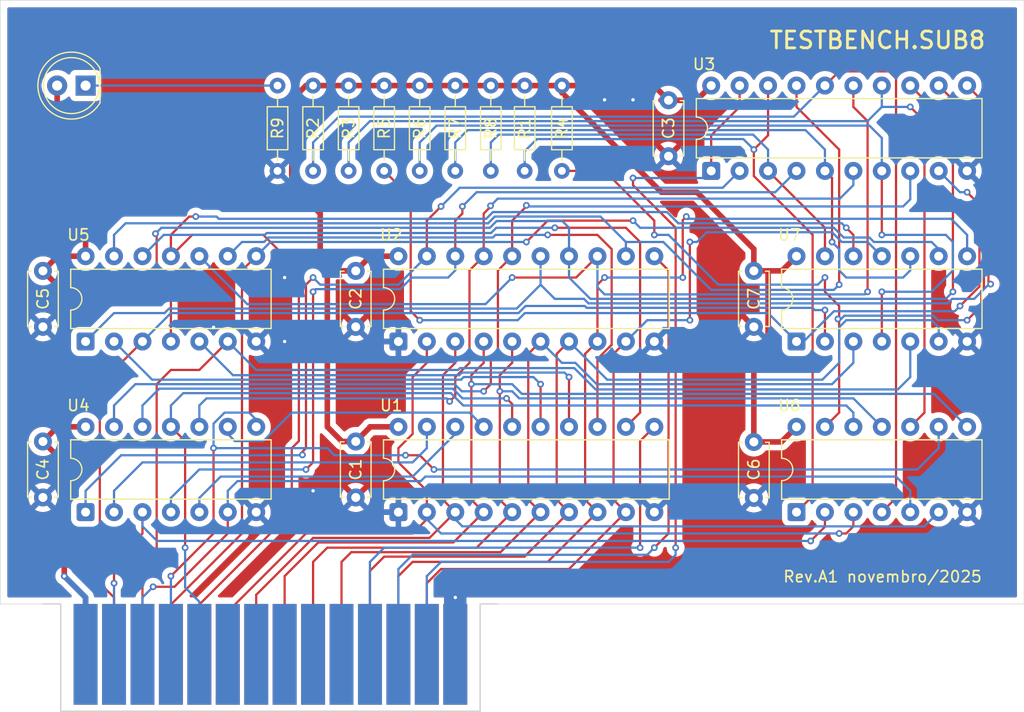
<source format=kicad_pcb>
(kicad_pcb (version 20241229) (generator "pcbnew") (generator_version "9.0")
  (layers (0 "F.Cu" signal) (2 "B.Cu" signal) (13 "F.Paste" user) (15 "B.Paste" user) (5 "F.SilkS" user "F.Silkscreen") (7 "B.SilkS" user "B.Silkscreen") (1 "F.Mask" user) (3 "B.Mask" user) (25 "Edge.Cuts" user))
  (net 0 "")
  (net 1 "+5V")
  (net 2 "GND")
  (net 3 "write_data")
  (net 4 "data_2")
  (net 5 "data_1")
  (net 6 "data_7")
  (net 7 "data_5")
  (net 8 "test_0")
  (net 9 "test_5")
  (net 11 "data_4")
  (net 12 "test_2")
  (net 13 "data_6")
  (net 14 "~{read_enable}")
  (net 15 "data_3")
  (net 16 "test_4")
  (net 17 "test_1")
  (net 18 "data_0")
  (net 19 "write_dir")
  (net 20 "test_3")
  (net 21 "test_7")
  (net 22 "test_6")
  (net 23 "Net-(U3-O2b)")
  (net 24 "Net-(U3-O1b)")
  (net 25 "Net-(U3-O0b)")
  (net 26 "Net-(U3-O3a)")
  (net 27 "Net-(U3-O2a)")
  (net 28 "Net-(U3-O1a)")
  (net 29 "Net-(U3-O0a)")
  (net 30 "Net-(U3-O3b)")
  (net 31 "Net-(U1-Q3)")
  (net 32 "Net-(U1-Q0)")
  (net 33 "Net-(U1-Q6)")
  (net 34 "Net-(U1-Q4)")
  (net 35 "Net-(U1-Q5)")
  (net 36 "Net-(U1-Q1)")
  (net 37 "Net-(U1-Q2)")
  (net 38 "Net-(U1-Q7)")
  (net 39 "Net-(U2-Q5)")
  (net 40 "Net-(U2-Q7)")
  (net 41 "Net-(U2-Q6)")
  (net 42 "Net-(U2-Q2)")
  (net 43 "Net-(U2-Q4)")
  (net 44 "Net-(U2-Q1)")
  (net 45 "Net-(U2-Q3)")
  (net 46 "Net-(U2-Q0)")
  (net 47 "Net-(D1-K)")
  (footprint "Capacitor_THT:C_Disc_D4.7mm_W2.5mm_P5.00mm" (layer "F.Cu") (at 24.13 62.825 90)
    (property "Reference" "C4")
    (property "Value" "100nF")
  )
  (footprint "Resistor_THT:R_Axial_DIN0204_L3.6mm_D1.6mm_P7.62mm_Horizontal" (layer "F.Cu") (at 51.435 26.035 -90)
    (property "Reference" "R3")
    (property "Value" "10K")
  )
  (footprint "Capacitor_THT:C_Disc_D4.7mm_W2.5mm_P5.00mm" (layer "F.Cu") (at 80.01 32.345 90)
    (property "Reference" "C3")
    (property "Value" "100nF")
  )
  (footprint "Resistor_THT:R_Axial_DIN0204_L3.6mm_D1.6mm_P7.62mm_Horizontal" (layer "F.Cu") (at 60.96 26.035 -90)
    (property "Reference" "R7")
    (property "Value" "10K")
  )
  (footprint "Package_DIP:DIP-14_W7.62mm" (layer "F.Cu") (at 91.44 64.135 90)
    (property "Reference" "U6")
    (property "Value" "74LS125")
  )
  (footprint "Capacitor_THT:C_Disc_D4.7mm_W2.5mm_P5.00mm" (layer "F.Cu") (at 87.63 47.585 90)
    (property "Reference" "C7")
    (property "Value" "100nF")
  )
  (footprint "Capacitor_THT:C_Disc_D4.7mm_W2.5mm_P5.00mm" (layer "F.Cu") (at 24.13 47.585 90)
    (property "Reference" "C5")
    (property "Value" "100nF")
  )
  (footprint "LED_THT:LED_D5.0mm" (layer "F.Cu") (at 27.94 26.035 180)
    (property "Reference" "D1" (hide yes))
    (property "Value" "LED")
  )
  (footprint "Resistor_THT:R_Axial_DIN0204_L3.6mm_D1.6mm_P7.62mm_Horizontal" (layer "F.Cu") (at 67.16 26.035 -90)
    (property "Reference" "R1")
    (property "Value" "10K")
  )
  (footprint "Package_DIP:DIP-20_W7.62mm" (layer "F.Cu") (at 55.88 64.135 90)
    (property "Reference" "U1")
    (property "Value" "74LS574")
  )
  (footprint "Resistor_THT:R_Axial_DIN0204_L3.6mm_D1.6mm_P7.62mm_Horizontal" (layer "F.Cu") (at 70.485 26.035 -90)
    (property "Reference" "R4")
    (property "Value" "10K")
  )
  (footprint "Package_DIP:DIP-14_W7.62mm" (layer "F.Cu") (at 27.94 64.135 90)
    (property "Reference" "U4")
    (property "Value" "74LS125")
  )
  (footprint "Capacitor_THT:C_Disc_D4.7mm_W2.5mm_P5.00mm" (layer "F.Cu") (at 87.63 62.865 90)
    (property "Reference" "C6")
    (property "Value" "100nF")
  )
  (footprint "Resistor_THT:R_Axial_DIN0204_L3.6mm_D1.6mm_P7.62mm_Horizontal" (layer "F.Cu") (at 64.135 26.035 -90)
    (property "Reference" "R8")
    (property "Value" "10K")
  )
  (footprint "Capacitor_THT:C_Disc_D4.7mm_W2.5mm_P5.00mm" (layer "F.Cu") (at 52.07 62.825 90)
    (property "Reference" "C1")
    (property "Value" "100nF")
  )
  (footprint "Resistor_THT:R_Axial_DIN0204_L3.6mm_D1.6mm_P7.62mm_Horizontal" (layer "F.Cu") (at 45.085 26.035 -90)
    (property "Reference" "R9")
    (property "Value" "10K")
  )
  (footprint "Resistor_THT:R_Axial_DIN0204_L3.6mm_D1.6mm_P7.62mm_Horizontal" (layer "F.Cu") (at 54.61 26.035 -90)
    (property "Reference" "R5")
    (property "Value" "10K")
  )
  (footprint "Package_DIP:DIP-20_W7.62mm" (layer "F.Cu") (at 55.88 48.895 90)
    (property "Reference" "U2")
    (property "Value" "74LS574")
  )
  (footprint "Package_DIP:DIP-20_W7.62mm" (layer "F.Cu") (at 83.82 33.655 90)
    (property "Reference" "U3")
    (property "Value" "74LS240")
  )
  (footprint "Resistor_THT:R_Axial_DIN0204_L3.6mm_D1.6mm_P7.62mm_Horizontal" (layer "F.Cu") (at 48.26 26.035 -90)
    (property "Reference" "R2")
    (property "Value" "10K")
  )
  (footprint "Package_DIP:DIP-14_W7.62mm" (layer "F.Cu") (at 27.94 48.895 90)
    (property "Reference" "U5")
    (property "Value" "74LS125")
  )
  (footprint "Capacitor_THT:C_Disc_D4.7mm_W2.5mm_P5.00mm" (layer "F.Cu") (at 52.07 47.585 90)
    (property "Reference" "C2")
    (property "Value" "100nF")
  )
  (footprint "Resistor_THT:R_Axial_DIN0204_L3.6mm_D1.6mm_P7.62mm_Horizontal" (layer "F.Cu") (at 57.785 26.035 -90)
    (property "Reference" "R6")
    (property "Value" "10K")
  )
  (footprint "edge_connector:edge-conector-14" (layer "F.Cu") (at 27.94 76.835 90)
    (property "Reference" "J3" (hide yes))
    (property "Value" "conn")
    (fp_line (start 4.5 -2.22) (end 4.5 -3.81) (stroke (width 0.12)) (layer "Edge.Cuts"))
    (fp_line (start -5.08 -2.22) (end 4.5 -2.22) (stroke (width 0.12)) (layer "Edge.Cuts"))
    (fp_line (start 4.5 35.24) (end 4.5 36.83) (stroke (width 0.12)) (layer "Edge.Cuts"))
    (fp_line (start -5.08 35.24) (end -5.08 -2.22) (stroke (width 0.12)) (layer "Edge.Cuts"))
    (fp_line (start -5.08 35.24) (end 4.5 35.24) (stroke (width 0.12)) (layer "Edge.Cuts"))
  )
  (footprint "Package_DIP:DIP-14_W7.62mm" (layer "F.Cu") (at 91.44 48.895 90)
    (property "Reference" "U7")
    (property "Value" "74LS125")
  )
  (gr_line (start 111.76 72.335) (end 111.76 18.415) (stroke (width 0.05)) (layer "Edge.Cuts"))
  (gr_line (start 20.32 18.415) (end 111.76 18.415) (stroke (width 0.05)) (layer "Edge.Cuts"))
  (gr_line (start 64.77 72.335) (end 111.76 72.335) (stroke (width 0.05)) (layer "Edge.Cuts"))
  (gr_line (start 20.32 72.335) (end 20.32 18.415) (stroke (width 0.05)) (layer "Edge.Cuts"))
  (gr_line (start 24.13 72.335) (end 20.32 72.335) (stroke (width 0.05)) (layer "Edge.Cuts"))
  (gr_text "Rev.A1 novembro/2025" (at 90.17 70.485 0) (layer "F.SilkS") (effects (font (size 1 1)) (justify left bottom)))
  (gr_text "TESTBENCH.SUB8" (at 88.9 22.86 0) (layer "F.SilkS") (effects (font (size 1.5 1.5) (thickness 0.25) (bold yes)) (justify left bottom)))
  (segment (start 52.07 42.585) (end 49.57 42.585) (width 0.5) (layer "F.Cu") (net 1))
  (segment (start 87.63 57.865) (end 90.09 57.865) (width 0.5) (layer "F.Cu") (net 1))
  (segment (start 25.44 41.275) (end 27.94 41.275) (width 0.5) (layer "F.Cu") (net 1))
  (segment (start 24.13 42.585) (end 25.995 44.45) (width 0.5) (layer "F.Cu") (net 1))
  (segment (start 47.625 36.195) (end 48.895 37.465) (width 0.5) (layer "F.Cu") (net 1))
  (segment (start 78.7 26.035) (end 80.01 27.345) (width 0.5) (layer "F.Cu") (net 1))
  (segment (start 26.035 44.45) (end 26.035 56.515) (width 0.5) (layer "F.Cu") (net 1))
  (segment (start 79.335 27.345) (end 81.915 27.345) (width 0.5) (layer "F.Cu") (net 1))
  (segment (start 52.07 57.825) (end 53.34 56.555) (width 0.5) (layer "F.Cu") (net 1))
  (segment (start 49.53 42.625) (end 49.57 42.585) (width 0.5) (layer "F.Cu") (net 1))
  (segment (start 87.63 42.585) (end 88.9 42.585) (width 0.5) (layer "F.Cu") (net 1))
  (segment (start 82.55 35.56) (end 79.375 35.56) (width 0.5) (layer "F.Cu") (net 1))
  (segment (start 50.84 57.825) (end 49.53 56.515) (width 0.5) (layer "F.Cu") (net 1))
  (segment (start 87.63 40.64) (end 82.55 35.56) (width 0.5) (layer "F.Cu") (net 1))
  (segment (start 24.13 42.585) (end 25.44 41.275) (width 0.5) (layer "F.Cu") (net 1))
  (segment (start 27.94 76.835) (end 27.94 71.755) (width 0.5) (layer "F.Cu") (net 1))
  (segment (start 88.9 49.53) (end 88.9 42.585) (width 0.5) (layer "F.Cu") (net 1))
  (segment (start 48.895 37.465) (end 48.895 41.91) (width 0.5) (layer "F.Cu") (net 1))
  (segment (start 82.51 27.345) (end 83.82 26.035) (width 0.5) (layer "F.Cu") (net 1))
  (segment (start 25.995 44.45) (end 26.035 44.45) (width 0.5) (layer "F.Cu") (net 1))
  (segment (start 26.035 56.515) (end 25.44 56.515) (width 0.5) (layer "F.Cu") (net 1))
  (segment (start 88.9 42.585) (end 90.13 42.585) (width 0.5) (layer "F.Cu") (net 1))
  (segment (start 53.34 56.555) (end 53.34 56.515) (width 0.5) (layer "F.Cu") (net 1))
  (segment (start 25.4 26.035) (end 25.4 31.115) (width 0.5) (layer "F.Cu") (net 1))
  (segment (start 46.355 36.195) (end 30.48 36.195) (width 0.5) (layer "F.Cu") (net 1))
  (segment (start 48.26 26.035) (end 78.7 26.035) (width 0.5) (layer "F.Cu") (net 1))
  (segment (start 27.94 38.735) (end 27.94 41.275) (width 0.5) (layer "F.Cu") (net 1))
  (segment (start 27.94 56.515) (end 26.035 56.515) (width 0.5) (layer "F.Cu") (net 1))
  (segment (start 27.94 71.755) (end 26.035 69.85) (width 0.5) (layer "F.Cu") (net 1))
  (segment (start 80.01 27.345) (end 81.915 27.345) (width 0.5) (layer "F.Cu") (net 1))
  (segment (start 90.13 42.585) (end 91.44 41.275) (width 0.5) (layer "F.Cu") (net 1))
  (segment (start 52.07 42.585) (end 53.38 41.275) (width 0.5) (layer "F.Cu") (net 1))
  (segment (start 30.48 36.195) (end 27.94 38.735) (width 0.5) (layer "F.Cu") (net 1))
  (segment (start 46.355 27.305) (end 46.355 36.195) (width 0.5) (layer "F.Cu") (net 1))
  (segment (start 26.035 59.73) (end 24.13 57.825) (width 0.5) (layer "F.Cu") (net 1))
  (segment (start 25.4 31.115) (end 30.48 36.195) (width 0.5) (layer "F.Cu") (net 1))
  (segment (start 70.485 26.67) (end 70.485 26.035) (width 0.5) (layer "F.Cu") (net 1))
  (segment (start 48.26 26.035) (end 47.625 26.035) (width 0.5) (layer "F.Cu") (net 1))
  (segment (start 47.625 26.035) (end 46.355 27.305) (width 0.5) (layer "F.Cu") (net 1))
  (segment (start 52.07 57.825) (end 50.84 57.825) (width 0.5) (layer "F.Cu") (net 1))
  (segment (start 87.63 57.865) (end 87.63 50.8) (width 0.5) (layer "F.Cu") (net 1))
  (segment (start 25.44 56.515) (end 24.13 57.825) (width 0.5) (layer "F.Cu") (net 1))
  (segment (start 90.09 57.865) (end 91.44 56.515) (width 0.5) (layer "F.Cu") (net 1))
  (segment (start 79.375 35.56) (end 70.485 26.67) (width 0.5) (layer "F.Cu") (net 1))
  (segment (start 53.34 56.515) (end 55.88 56.515) (width 0.5) (layer "F.Cu") (net 1))
  (segment (start 87.63 42.585) (end 87.63 40.64) (width 0.5) (layer "F.Cu") (net 1))
  (segment (start 46.355 36.195) (end 47.625 36.195) (width 0.5) (layer "F.Cu") (net 1))
  (segment (start 81.915 27.345) (end 82.51 27.345) (width 0.5) (layer "F.Cu") (net 1))
  (segment (start 48.895 41.91) (end 49.57 42.585) (width 0.5) (layer "F.Cu") (net 1))
  (segment (start 26.035 69.85) (end 26.035 59.73) (width 0.5) (layer "F.Cu") (net 1))
  (segment (start 53.38 41.275) (end 55.88 41.275) (width 0.5) (layer "F.Cu") (net 1))
  (segment (start 87.63 50.8) (end 88.9 49.53) (width 0.5) (layer "F.Cu") (net 1))
  (segment (start 49.53 56.515) (end 49.53 42.625) (width 0.5) (layer "F.Cu") (net 1))
  (via (at 26.035 69.85) (size 0.6) (drill 0.3) (layers "F.Cu" "B.Cu") (net 1))
  (segment (start 27.94 76.835) (end 27.94 71.755) (width 0.5) (layer "B.Cu") (net 1))
  (segment (start 27.94 71.755) (end 26.035 69.85) (width 0.5) (layer "B.Cu") (net 1))
  (segment (start 60.96 76.835) (end 60.96 71.755) (width 2) (layer "F.Cu") (net 2))
  (via (at 60.96 71.755) (size 0.6) (drill 0.3) (layers "F.Cu" "B.Cu") (net 2))
  (via (at 45.72 43.18) (size 0.6) (drill 0.3) (layers "F.Cu" "B.Cu") (net 2))
  (via (at 74.295 27.305) (size 0.6) (drill 0.3) (layers "F.Cu" "B.Cu") (net 2))
  (via (at 76.835 27.305) (size 0.6) (drill 0.3) (layers "F.Cu" "B.Cu") (net 2))
  (via (at 39.37 47.625) (size 0.6) (drill 0.3) (layers "F.Cu" "B.Cu") (net 2))
  (via (at 45.72 48.895) (size 0.6) (drill 0.3) (layers "F.Cu" "B.Cu") (net 2))
  (via (at 48.26 62.23) (size 0.6) (drill 0.3) (layers "F.Cu" "B.Cu") (net 2))
  (segment (start 60.96 76.835) (end 60.96 71.755) (width 2) (layer "B.Cu") (net 2))
  (segment (start 77.47 57.785) (end 78.74 56.515) (width 0.2) (layer "F.Cu") (net 3))
  (segment (start 77.47 67.31) (end 77.47 57.785) (width 0.2) (layer "F.Cu") (net 3))
  (via (at 77.47 67.31) (size 0.6) (drill 0.3) (layers "F.Cu" "B.Cu") (net 3))
  (segment (start 54.61 67.31) (end 53.34 68.58) (width 0.2) (layer "B.Cu") (net 3))
  (segment (start 53.34 68.58) (end 53.34 76.835) (width 0.2) (layer "B.Cu") (net 3))
  (segment (start 77.47 67.31) (end 54.61 67.31) (width 0.2) (layer "B.Cu") (net 3))
  (segment (start 45.72 69.85) (end 48.728 66.842) (width 0.2) (layer "F.Cu") (net 4))
  (segment (start 63.5 50.8) (end 63.5 48.895) (width 0.2) (layer "F.Cu") (net 4))
  (segment (start 62.399 63.034) (end 62.399 51.901) (width 0.2) (layer "F.Cu") (net 4))
  (segment (start 62.399 51.901) (end 63.5 50.8) (width 0.2) (layer "F.Cu") (net 4))
  (segment (start 60.793 66.842) (end 63.5 64.135) (width 0.2) (layer "F.Cu") (net 4))
  (segment (start 48.728 66.842) (end 60.793 66.842) (width 0.2) (layer "F.Cu") (net 4))
  (segment (start 45.72 76.835) (end 45.72 69.85) (width 0.2) (layer "F.Cu") (net 4))
  (segment (start 63.5 64.135) (end 62.399 63.034) (width 0.2) (layer "F.Cu") (net 4))
  (via (at 62.399 52.705) (size 0.6) (drill 0.3) (layers "F.Cu" "B.Cu") (net 4))
  (segment (start 66.04 52.705) (end 62.399 52.705) (width 0.2) (layer "B.Cu") (net 4))
  (segment (start 66.909 53.574) (end 66.04 52.705) (width 0.2) (layer "B.Cu") (net 4))
  (segment (start 62.399 52.705) (end 62.23 52.705) (width 0.2) (layer "B.Cu") (net 4))
  (segment (start 103.739 53.574) (end 66.909 53.574) (width 0.2) (layer "B.Cu") (net 4))
  (segment (start 106.68 56.515) (end 103.739 53.574) (width 0.2) (layer "B.Cu") (net 4))
  (segment (start 43.18 76.835) (end 43.18 71.521) (width 0.2) (layer "F.Cu") (net 5))
  (segment (start 48.26 66.441) (end 58.654 66.441) (width 0.2) (layer "F.Cu") (net 5))
  (segment (start 60.96 64.135) (end 59.859 63.034) (width 0.2) (layer "F.Cu") (net 5))
  (segment (start 43.18 71.521) (end 48.26 66.441) (width 0.2) (layer "F.Cu") (net 5))
  (segment (start 60.96 50.8) (end 60.96 48.895) (width 0.2) (layer "F.Cu") (net 5))
  (segment (start 59.859 51.901) (end 60.96 50.8) (width 0.2) (layer "F.Cu") (net 5))
  (segment (start 59.859 63.034) (end 59.859 51.901) (width 0.2) (layer "F.Cu") (net 5))
  (segment (start 58.654 66.441) (end 60.96 64.135) (width 0.2) (layer "F.Cu") (net 5))
  (segment (start 104.14 64.135) (end 102.87 65.405) (width 0.2) (layer "B.Cu") (net 5))
  (segment (start 102.87 65.405) (end 61.595 65.405) (width 0.2) (layer "B.Cu") (net 5))
  (segment (start 60.96 64.77) (end 60.96 64.135) (width 0.2) (layer "B.Cu") (net 5))
  (segment (start 61.595 65.405) (end 60.96 64.77) (width 0.2) (layer "B.Cu") (net 5))
  (segment (start 58.42 76.835) (end 58.42 70.485) (width 0.2) (layer "F.Cu") (net 6))
  (segment (start 71.12 69.215) (end 76.2 64.135) (width 0.2) (layer "F.Cu") (net 6))
  (segment (start 58.42 70.485) (end 59.69 69.215) (width 0.2) (layer "F.Cu") (net 6))
  (segment (start 81.915 46.99) (end 81.915 40.005) (width 0.2) (layer "F.Cu") (net 6))
  (segment (start 75.099 49.996) (end 76.2 48.895) (width 0.2) (layer "F.Cu") (net 6))
  (segment (start 76.2 64.135) (end 75.099 63.034) (width 0.2) (layer "F.Cu") (net 6))
  (segment (start 59.69 69.215) (end 71.12 69.215) (width 0.2) (layer "F.Cu") (net 6))
  (segment (start 75.099 63.034) (end 75.099 49.996) (width 0.2) (layer "F.Cu") (net 6))
  (via (at 81.915 46.99) (size 0.6) (drill 0.3) (layers "F.Cu" "B.Cu") (net 6))
  (via (at 81.915 40.005) (size 0.6) (drill 0.3) (layers "F.Cu" "B.Cu") (net 6))
  (segment (start 97.79 40.005) (end 95.484 40.005) (width 0.2) (layer "B.Cu") (net 6))
  (segment (start 95.484 40.005) (end 94.615 39.136) (width 0.2) (layer "B.Cu") (net 6))
  (segment (start 94.615 39.136) (end 83.419 39.136) (width 0.2) (layer "B.Cu") (net 6))
  (segment (start 99.06 41.275) (end 97.79 40.005) (width 0.2) (layer "B.Cu") (net 6))
  (segment (start 82.55 40.005) (end 81.915 40.005) (width 0.2) (layer "B.Cu") (net 6))
  (segment (start 81.915 46.99) (end 78.105 46.99) (width 0.2) (layer "B.Cu") (net 6))
  (segment (start 78.105 46.99) (end 76.2 48.895) (width 0.2) (layer "B.Cu") (net 6))
  (segment (start 83.419 39.136) (end 82.55 40.005) (width 0.2) (layer "B.Cu") (net 6))
  (segment (start 71.12 64.135) (end 70.019 63.034) (width 0.2) (layer "F.Cu") (net 7))
  (segment (start 53.34 69.382) (end 54.61 68.112) (width 0.2) (layer "F.Cu") (net 7))
  (segment (start 54.61 68.112) (end 67.143 68.112) (width 0.2) (layer "F.Cu") (net 7))
  (segment (start 70.019 63.034) (end 70.019 49.996) (width 0.2) (layer "F.Cu") (net 7))
  (segment (start 67.143 68.112) (end 71.12 64.135) (width 0.2) (layer "F.Cu") (net 7))
  (segment (start 53.34 76.835) (end 53.34 69.382) (width 0.2) (layer "F.Cu") (net 7))
  (segment (start 70.019 49.996) (end 71.12 48.895) (width 0.2) (layer "F.Cu") (net 7))
  (segment (start 103.505 46.99) (end 104.14 47.625) (width 0.2) (layer "B.Cu") (net 7))
  (segment (start 95.885 46.99) (end 103.505 46.99) (width 0.2) (layer "B.Cu") (net 7))
  (segment (start 71.12 48.895) (end 74.529 52.304) (width 0.2) (layer "B.Cu") (net 7))
  (segment (start 74.529 52.304) (end 93.746 52.304) (width 0.2) (layer "B.Cu") (net 7))
  (segment (start 95.25 47.625) (end 95.885 46.99) (width 0.2) (layer "B.Cu") (net 7))
  (segment (start 104.14 47.625) (end 104.14 48.895) (width 0.2) (layer "B.Cu") (net 7))
  (segment (start 95.25 50.8) (end 95.25 47.625) (width 0.2) (layer "B.Cu") (net 7))
  (segment (start 93.746 52.304) (end 95.25 50.8) (width 0.2) (layer "B.Cu") (net 7))
  (segment (start 30.48 68.58) (end 33.02 66.04) (width 0.2) (layer "F.Cu") (net 8))
  (segment (start 93.98 65.439) (end 93.98 64.135) (width 0.2) (layer "F.Cu") (net 8))
  (segment (start 92.71 66.709) (end 93.98 65.439) (width 0.2) (layer "F.Cu") (net 8))
  (segment (start 33.02 66.04) (end 33.02 64.135) (width 0.2) (layer "F.Cu") (net 8))
  (segment (start 30.48 70.485) (end 30.48 68.58) (width 0.2) (layer "F.Cu") (net 8))
  (via (at 30.48 70.485) (size 0.6) (drill 0.3) (layers "F.Cu" "B.Cu") (net 8))
  (via (at 92.71 66.709) (size 0.6) (drill 0.3) (layers "F.Cu" "B.Cu") (net 8))
  (segment (start 34.324 66.709) (end 33.02 65.405) (width 0.2) (layer "B.Cu") (net 8))
  (segment (start 30.48 76.835) (end 30.48 70.485) (width 0.2) (layer "B.Cu") (net 8))
  (segment (start 92.71 66.709) (end 34.324 66.709) (width 0.2) (layer "B.Cu") (net 8))
  (segment (start 33.02 65.405) (end 33.02 64.135) (width 0.2) (layer "B.Cu") (net 8))
  (segment (start 33.02 68.58) (end 34.29 67.31) (width 0.2) (layer "F.Cu") (net 9))
  (segment (start 33.02 76.835) (end 33.02 68.58) (width 0.2) (layer "F.Cu") (net 9))
  (segment (start 35.56 51.435) (end 38.1 51.435) (width 0.2) (layer "F.Cu") (net 9))
  (segment (start 38.1 51.435) (end 40.64 48.895) (width 0.2) (layer "F.Cu") (net 9))
  (segment (start 34.29 67.31) (end 34.29 52.705) (width 0.2) (layer "F.Cu") (net 9))
  (segment (start 34.29 52.705) (end 35.56 51.435) (width 0.2) (layer "F.Cu") (net 9))
  (segment (start 61.2128 51.435) (end 61.3798 51.268) (width 0.2) (layer "B.Cu") (net 9))
  (segment (start 71.588 51.268) (end 73.493 53.173) (width 0.2) (layer "B.Cu") (net 9))
  (segment (start 73.493 53.173) (end 100.497 53.173) (width 0.2) (layer "B.Cu") (net 9))
  (segment (start 40.64 48.895) (end 43.18 51.435) (width 0.2) (layer "B.Cu") (net 9))
  (segment (start 43.18 51.435) (end 61.2128 51.435) (width 0.2) (layer "B.Cu") (net 9))
  (segment (start 61.3798 51.268) (end 71.588 51.268) (width 0.2) (layer "B.Cu") (net 9))
  (segment (start 100.497 53.173) (end 101.6 52.07) (width 0.2) (layer "B.Cu") (net 9))
  (segment (start 101.6 52.07) (end 101.6 48.895) (width 0.2) (layer "B.Cu") (net 9))
  (segment (start 67.479 63.034) (end 67.479 49.996) (width 0.2) (layer "F.Cu") (net 11))
  (segment (start 50.8 76.835) (end 50.8 68.58) (width 0.2) (layer "F.Cu") (net 11))
  (segment (start 50.8 68.58) (end 51.669 67.711) (width 0.2) (layer "F.Cu") (net 11))
  (segment (start 67.479 49.996) (end 68.58 48.895) (width 0.2) (layer "F.Cu") (net 11))
  (segment (start 51.669 67.711) (end 65.004 67.711) (width 0.2) (layer "F.Cu") (net 11))
  (segment (start 68.58 64.135) (end 67.479 63.034) (width 0.2) (layer "F.Cu") (net 11))
  (segment (start 65.004 67.711) (end 68.58 64.135) (width 0.2) (layer "F.Cu") (net 11))
  (segment (start 73.5921 52.705) (end 94.615 52.705) (width 0.2) (layer "B.Cu") (net 11))
  (segment (start 96.52 50.8) (end 96.52 48.895) (width 0.2) (layer "B.Cu") (net 11))
  (segment (start 68.58 48.895) (end 70.485 50.8) (width 0.2) (layer "B.Cu") (net 11))
  (segment (start 94.615 52.705) (end 96.52 50.8) (width 0.2) (layer "B.Cu") (net 11))
  (segment (start 71.6871 50.8) (end 73.5921 52.705) (width 0.2) (layer "B.Cu") (net 11))
  (segment (start 70.485 50.8) (end 71.6871 50.8) (width 0.2) (layer "B.Cu") (net 11))
  (segment (start 57.785 59.055) (end 56.515 59.055) (width 0.2) (layer "F.Cu") (net 12))
  (segment (start 39.37 58.42) (end 39.37 66.04) (width 0.2) (layer "F.Cu") (net 12))
  (segment (start 59.055 60.325) (end 57.785 59.055) (width 0.2) (layer "F.Cu") (net 12))
  (segment (start 39.37 66.04) (end 35.56 69.85) (width 0.2) (layer "F.Cu") (net 12))
  (via (at 56.515 59.055) (size 0.6) (drill 0.3) (layers "F.Cu" "B.Cu") (net 12))
  (via (at 35.56 69.85) (size 0.6) (drill 0.3) (layers "F.Cu" "B.Cu") (net 12))
  (via (at 39.37 58.42) (size 0.6) (drill 0.3) (layers "F.Cu" "B.Cu") (net 12))
  (via (at 59.055 60.325) (size 0.6) (drill 0.3) (layers "F.Cu" "B.Cu") (net 12))
  (segment (start 39.37 56.22795) (end 39.37 58.42) (width 0.2) (layer "B.Cu") (net 12))
  (segment (start 35.56 76.835) (end 35.56 69.85) (width 0.2) (layer "B.Cu") (net 12))
  (segment (start 43.18 55.88) (end 42.545 55.245) (width 0.2) (layer "B.Cu") (net 12))
  (segment (start 50.165 59.055) (end 49.53 58.42) (width 0.2) (layer "B.Cu") (net 12))
  (segment (start 43.18 56.515) (end 43.18 55.88) (width 0.2) (layer "B.Cu") (net 12))
  (segment (start 40.35295 55.245) (end 39.37 56.22795) (width 0.2) (layer "B.Cu") (net 12))
  (segment (start 84.455 60.325) (end 59.055 60.325) (width 0.2) (layer "B.Cu") (net 12))
  (segment (start 56.515 59.055) (end 50.165 59.055) (width 0.2) (layer "B.Cu") (net 12))
  (segment (start 84.455 60.325) (end 102.235 60.325) (width 0.2) (layer "B.Cu") (net 12))
  (segment (start 102.235 60.325) (end 104.14 58.42) (width 0.2) (layer "B.Cu") (net 12))
  (segment (start 104.14 58.42) (end 104.14 56.515) (width 0.2) (layer "B.Cu") (net 12))
  (segment (start 42.545 55.245) (end 40.35295 55.245) (width 0.2) (layer "B.Cu") (net 12))
  (segment (start 49.53 58.42) (end 39.37 58.42) (width 0.2) (layer "B.Cu") (net 12))
  (segment (start 81.5975 37.734) (end 81.28 38.0515) (width 0.2) (layer "F.Cu") (net 13))
  (segment (start 69.215 68.58) (end 73.66 64.135) (width 0.2) (layer "F.Cu") (net 13))
  (segment (start 55.88 76.835) (end 55.88 69.85) (width 0.2) (layer "F.Cu") (net 13))
  (segment (start 55.88 69.85) (end 57.15 68.58) (width 0.2) (layer "F.Cu") (net 13))
  (segment (start 73.66 43.815) (end 74.295 43.18) (width 0.2) (layer "F.Cu") (net 13))
  (segment (start 73.66 64.135) (end 72.559 63.034) (width 0.2) (layer "F.Cu") (net 13))
  (segment (start 81.28 38.0515) (end 81.28 43.18) (width 0.2) (layer "F.Cu") (net 13))
  (segment (start 57.15 68.58) (end 69.215 68.58) (width 0.2) (layer "F.Cu") (net 13))
  (segment (start 72.559 63.034) (end 72.559 49.996) (width 0.2) (layer "F.Cu") (net 13))
  (segment (start 73.66 48.895) (end 73.66 43.815) (width 0.2) (layer "F.Cu") (net 13))
  (segment (start 72.559 49.996) (end 73.66 48.895) (width 0.2) (layer "F.Cu") (net 13))
  (via (at 74.295 43.18) (size 0.6) (drill 0.3) (layers "F.Cu" "B.Cu") (net 13))
  (via (at 81.28 43.18) (size 0.6) (drill 0.3) (layers "F.Cu" "B.Cu") (net 13))
  (via (at 81.5975 37.734) (size 0.6) (drill 0.3) (layers "F.Cu" "B.Cu") (net 13))
  (segment (start 81.748 37.933) (end 105.243 37.933) (width 0.2) (layer "B.Cu") (net 13))
  (segment (start 81.5975 37.734) (end 81.5975 37.7825) (width 0.2) (layer "B.Cu") (net 13))
  (segment (start 74.295 43.18) (end 81.28 43.18) (width 0.2) (layer "B.Cu") (net 13))
  (segment (start 105.243 37.933) (end 106.68 39.37) (width 0.2) (layer "B.Cu") (net 13))
  (segment (start 81.5975 37.7825) (end 81.748 37.933) (width 0.2) (layer "B.Cu") (net 13))
  (segment (start 106.68 39.37) (end 106.68 41.275) (width 0.2) (layer "B.Cu") (net 13))
  (segment (start 76.835 34.29) (end 76.835 34.925) (width 0.2) (layer "F.Cu") (net 14))
  (segment (start 86.36 27.94) (end 86.36 26.035) (width 0.2) (layer "F.Cu") (net 14))
  (segment (start 83.82 33.655) (end 83.82 30.48) (width 0.2) (layer "F.Cu") (net 14))
  (segment (start 80.645 38.735) (end 80.645 67.31) (width 0.2) (layer "F.Cu") (net 14))
  (segment (start 83.82 30.48) (end 86.36 27.94) (width 0.2) (layer "F.Cu") (net 14))
  (segment (start 76.835 34.925) (end 80.645 38.735) (width 0.2) (layer "F.Cu") (net 14))
  (via (at 76.835 34.29) (size 0.6) (drill 0.3) (layers "F.Cu" "B.Cu") (net 14))
  (via (at 80.645 67.31) (size 0.6) (drill 0.3) (layers "F.Cu" "B.Cu") (net 14))
  (segment (start 80.645 67.945) (end 80.01 68.58) (width 0.2) (layer "B.Cu") (net 14))
  (segment (start 80.01 68.58) (end 59.69 68.58) (width 0.2) (layer "B.Cu") (net 14))
  (segment (start 83.185 34.29) (end 83.82 33.655) (width 0.2) (layer "B.Cu") (net 14))
  (segment (start 76.835 34.29) (end 83.185 34.29) (width 0.2) (layer "B.Cu") (net 14))
  (segment (start 59.69 68.58) (end 58.42 69.85) (width 0.2) (layer "B.Cu") (net 14))
  (segment (start 58.42 69.85) (end 58.42 76.835) (width 0.2) (layer "B.Cu") (net 14))
  (segment (start 80.645 67.31) (end 80.645 67.945) (width 0.2) (layer "B.Cu") (net 14))
  (segment (start 62.865 67.31) (end 66.04 64.135) (width 0.2) (layer "F.Cu") (net 15))
  (segment (start 49.53 67.31) (end 62.865 67.31) (width 0.2) (layer "F.Cu") (net 15))
  (segment (start 64.939 51.901) (end 66.04 50.8) (width 0.2) (layer "F.Cu") (net 15))
  (segment (start 48.26 76.835) (end 48.26 68.58) (width 0.2) (layer "F.Cu") (net 15))
  (segment (start 66.04 64.135) (end 64.939 63.034) (width 0.2) (layer "F.Cu") (net 15))
  (segment (start 48.26 68.58) (end 49.53 67.31) (width 0.2) (layer "F.Cu") (net 15))
  (segment (start 64.939 63.034) (end 64.939 51.901) (width 0.2) (layer "F.Cu") (net 15))
  (segment (start 66.04 50.8) (end 66.04 48.895) (width 0.2) (layer "F.Cu") (net 15))
  (via (at 64.939 53.34) (size 0.6) (drill 0.3) (layers "F.Cu" "B.Cu") (net 15))
  (segment (start 66.675 53.975) (end 66.04 53.34) (width 0.2) (layer "B.Cu") (net 15))
  (segment (start 66.04 53.34) (end 64.939 53.34) (width 0.2) (layer "B.Cu") (net 15))
  (segment (start 99.06 56.515) (end 96.52 53.975) (width 0.2) (layer "B.Cu") (net 15))
  (segment (start 64.939 53.34) (end 64.77 53.34) (width 0.2) (layer "B.Cu") (net 15))
  (segment (start 96.52 53.975) (end 66.675 53.975) (width 0.2) (layer "B.Cu") (net 15))
  (segment (start 93.98 46.086) (end 93.98 48.895) (width 0.2) (layer "F.Cu") (net 16))
  (segment (start 30.48 76.835) (end 30.48 71.755) (width 0.2) (layer "F.Cu") (net 16))
  (segment (start 29.21 70.485) (end 29.21 52.705) (width 0.2) (layer "F.Cu") (net 16))
  (segment (start 30.48 71.755) (end 29.21 70.485) (width 0.2) (layer "F.Cu") (net 16))
  (segment (start 29.21 52.705) (end 33.02 48.895) (width 0.2) (layer "F.Cu") (net 16))
  (via (at 93.98 46.086) (size 0.6) (drill 0.3) (layers "F.Cu" "B.Cu") (net 16))
  (segment (start 93.076 46.086) (end 92.877 45.887) (width 0.2) (layer "B.Cu") (net 16))
  (segment (start 35.56 46.355) (end 33.02 48.895) (width 0.2) (layer "B.Cu") (net 16))
  (segment (start 66.6071 46.355) (end 35.56 46.355) (width 0.2) (layer "B.Cu") (net 16))
  (segment (start 93.98 46.086) (end 93.076 46.086) (width 0.2) (layer "B.Cu") (net 16))
  (segment (start 92.877 45.887) (end 72.6928 45.887) (width 0.2) (layer "B.Cu") (net 16))
  (segment (start 67.2421 45.72) (end 66.6071 46.355) (width 0.2) (layer "B.Cu") (net 16))
  (segment (start 72.6928 45.887) (end 72.5258 45.72) (width 0.2) (layer "B.Cu") (net 16))
  (segment (start 72.5258 45.72) (end 67.2421 45.72) (width 0.2) (layer "B.Cu") (net 16))
  (segment (start 33.9725 70.8025) (end 35.8775 70.8025) (width 0.2) (layer "F.Cu") (net 17))
  (segment (start 40.64 66.04) (end 40.64 64.135) (width 0.2) (layer "F.Cu") (net 17))
  (segment (start 35.8775 70.8025) (end 40.64 66.04) (width 0.2) (layer "F.Cu") (net 17))
  (via (at 33.9725 70.8025) (size 0.6) (drill 0.3) (layers "F.Cu" "B.Cu") (net 17))
  (segment (start 101.6 62.23) (end 101.6 64.135) (width 0.2) (layer "B.Cu") (net 17))
  (segment (start 33.02 76.835) (end 33.02 71.755) (width 0.2) (layer "B.Cu") (net 17))
  (segment (start 57.8832 61.361) (end 58.2842 60.96) (width 0.2) (layer "B.Cu") (net 17))
  (segment (start 100.33 60.96) (end 101.6 62.23) (width 0.2) (layer "B.Cu") (net 17))
  (segment (start 58.2842 60.96) (end 100.33 60.96) (width 0.2) (layer "B.Cu") (net 17))
  (segment (start 40.64 64.135) (end 40.64 62.23) (width 0.2) (layer "B.Cu") (net 17))
  (segment (start 41.509 61.361) (end 57.8832 61.361) (width 0.2) (layer "B.Cu") (net 17))
  (segment (start 40.64 62.23) (end 41.509 61.361) (width 0.2) (layer "B.Cu") (net 17))
  (segment (start 33.02 71.755) (end 33.9725 70.8025) (width 0.2) (layer "B.Cu") (net 17))
  (segment (start 95.25 66.04) (end 95.885 66.04) (width 0.2) (layer "F.Cu") (net 18))
  (segment (start 57.15 57.15) (end 57.15 52.07) (width 0.2) (layer "F.Cu") (net 18))
  (segment (start 40.64 73.025) (end 47.625 66.04) (width 0.2) (layer "F.Cu") (net 18))
  (segment (start 95.885 66.04) (end 96.52 65.405) (width 0.2) (layer "F.Cu") (net 18))
  (segment (start 55.88 59.69) (end 55.88 58.42) (width 0.2) (layer "F.Cu") (net 18))
  (segment (start 58.42 64.135) (end 58.42 62.23) (width 0.2) (layer "F.Cu") (net 18))
  (segment (start 55.88 58.42) (end 57.15 57.15) (width 0.2) (layer "F.Cu") (net 18))
  (segment (start 96.52 65.405) (end 96.52 64.135) (width 0.2) (layer "F.Cu") (net 18))
  (segment (start 58.42 64.77) (end 58.42 64.135) (width 0.2) (layer "F.Cu") (net 18))
  (segment (start 58.42 50.8) (end 58.42 48.895) (width 0.2) (layer "F.Cu") (net 18))
  (segment (start 57.15 66.04) (end 58.42 64.77) (width 0.2) (layer "F.Cu") (net 18))
  (segment (start 40.64 76.835) (end 40.64 73.025) (width 0.2) (layer "F.Cu") (net 18))
  (segment (start 47.625 66.04) (end 57.15 66.04) (width 0.2) (layer "F.Cu") (net 18))
  (segment (start 57.15 52.07) (end 58.42 50.8) (width 0.2) (layer "F.Cu") (net 18))
  (segment (start 58.42 62.23) (end 55.88 59.69) (width 0.2) (layer "F.Cu") (net 18))
  (via (at 95.25 66.04) (size 0.6) (drill 0.3) (layers "F.Cu" "B.Cu") (net 18))
  (segment (start 95.25 66.04) (end 59.69 66.04) (width 0.2) (layer "B.Cu") (net 18))
  (segment (start 58.42 64.77) (end 58.42 64.135) (width 0.2) (layer "B.Cu") (net 18))
  (segment (start 59.69 66.04) (end 58.42 64.77) (width 0.2) (layer "B.Cu") (net 18))
  (segment (start 78.74 67.31) (end 80.01 66.04) (width 0.2) (layer "F.Cu") (net 19))
  (segment (start 80.01 66.04) (end 80.01 42.545) (width 0.2) (layer "F.Cu") (net 19))
  (segment (start 80.01 42.545) (end 78.74 41.275) (width 0.2) (layer "F.Cu") (net 19))
  (via (at 78.74 67.31) (size 0.6) (drill 0.3) (layers "F.Cu" "B.Cu") (net 19))
  (segment (start 55.88 69.215) (end 55.88 76.835) (width 0.2) (layer "B.Cu") (net 19))
  (segment (start 78.74 67.31) (end 78.105 67.945) (width 0.2) (layer "B.Cu") (net 19))
  (segment (start 57.15 67.945) (end 55.88 69.215) (width 0.2) (layer "B.Cu") (net 19))
  (segment (start 78.105 67.945) (end 57.15 67.945) (width 0.2) (layer "B.Cu") (net 19))
  (segment (start 36.83 67.31) (end 36.83 57.785) (width 0.2) (layer "F.Cu") (net 20))
  (segment (start 36.83 57.785) (end 35.56 56.515) (width 0.2) (layer "F.Cu") (net 20))
  (via (at 36.83 67.31) (size 0.6) (drill 0.3) (layers "F.Cu" "B.Cu") (net 20))
  (segment (start 95.885 54.61) (end 96.52 55.245) (width 0.2) (layer "B.Cu") (net 20))
  (segment (start 61.674943 54.61) (end 95.885 54.61) (width 0.2) (layer "B.Cu") (net 20))
  (segment (start 38.1 76.835) (end 38.1 72.135) (width 0.2) (layer "B.Cu") (net 20))
  (segment (start 38.1 72.135) (end 36.83 70.865) (width 0.2) (layer "B.Cu") (net 20))
  (segment (start 35.56 54.61) (end 36.663 53.507) (width 0.2) (layer "B.Cu") (net 20))
  (segment (start 36.663 53.507) (end 60.571943 53.507) (width 0.2) (layer "B.Cu") (net 20))
  (segment (start 60.571943 53.507) (end 61.674943 54.61) (width 0.2) (layer "B.Cu") (net 20))
  (segment (start 35.56 56.515) (end 35.56 54.61) (width 0.2) (layer "B.Cu") (net 20))
  (segment (start 96.52 55.245) (end 96.52 56.515) (width 0.2) (layer "B.Cu") (net 20))
  (segment (start 36.83 70.865) (end 36.83 67.31) (width 0.2) (layer "B.Cu") (net 20))
  (segment (start 35.56 39.37) (end 37.196 37.734) (width 0.2) (layer "F.Cu") (net 21))
  (segment (start 38.1 76.835) (end 38.1 72.39) (width 0.2) (layer "F.Cu") (net 21))
  (segment (start 46.99 42.545) (end 43.815 39.37) (width 0.2) (layer "F.Cu") (net 21))
  (segment (start 46.99 57.785) (end 46.99 42.545) (width 0.2) (layer "F.Cu") (net 21))
  (segment (start 37.196 37.734) (end 37.7825 37.734) (width 0.2) (layer "F.Cu") (net 21))
  (segment (start 38.1 72.39) (end 46.355 64.135) (width 0.2) (layer "F.Cu") (net 21))
  (segment (start 95.885 38.735) (end 96.52 39.37) (width 0.2) (layer "F.Cu") (net 21))
  (segment (start 35.56 41.275) (end 35.56 39.37) (width 0.2) (layer "F.Cu") (net 21))
  (segment (start 46.355 58.42) (end 46.99 57.785) (width 0.2) (layer "F.Cu") (net 21))
  (segment (start 46.355 64.135) (end 46.355 58.42) (width 0.2) (layer "F.Cu") (net 21))
  (segment (start 96.52 39.37) (end 96.52 41.275) (width 0.2) (layer "F.Cu") (net 21))
  (segment (start 37.465 39.37) (end 35.56 41.275) (width 0.2) (layer "F.Cu") (net 21))
  (segment (start 43.815 39.37) (end 37.465 39.37) (width 0.2) (layer "F.Cu") (net 21))
  (via (at 37.7825 37.734) (size 0.6) (drill 0.3) (layers "F.Cu" "B.Cu") (net 21))
  (via (at 95.885 38.735) (size 0.6) (drill 0.3) (layers "F.Cu" "B.Cu") (net 21))
  (segment (start 80.879 38.334) (end 79.877 37.332) (width 0.2) (layer "B.Cu") (net 21))
  (segment (start 63.723657 37.933) (end 39.838 37.933) (width 0.2) (layer "B.Cu") (net 21))
  (segment (start 95.885 38.735) (end 95.484 38.334) (width 0.2) (layer "B.Cu") (net 21))
  (segment (start 95.484 38.334) (end 80.879 38.334) (width 0.2) (layer "B.Cu") (net 21))
  (segment (start 79.877 37.332) (end 64.324657 37.332) (width 0.2) (layer "B.Cu") (net 21))
  (segment (start 39.838 37.933) (end 39.639 37.734) (width 0.2) (layer "B.Cu") (net 21))
  (segment (start 64.324657 37.332) (end 63.723657 37.933) (width 0.2) (layer "B.Cu") (net 21))
  (segment (start 39.639 37.734) (end 37.7825 37.734) (width 0.2) (layer "B.Cu") (net 21))
  (segment (start 41.91 42.545) (end 43.18 41.275) (width 0.2) (layer "F.Cu") (net 22))
  (segment (start 69.215 38.1) (end 76.835 38.1) (width 0.2) (layer "F.Cu") (net 22))
  (segment (start 67.31 40.005) (end 69.215 38.1) (width 0.2) (layer "F.Cu") (net 22))
  (segment (start 35.56 76.835) (end 35.56 72.39) (width 0.2) (layer "F.Cu") (net 22))
  (segment (start 41.91 66.04) (end 41.91 42.545) (width 0.2) (layer "F.Cu") (net 22))
  (segment (start 35.56 72.39) (end 41.91 66.04) (width 0.2) (layer "F.Cu") (net 22))
  (via (at 67.31 40.005) (size 0.6) (drill 0.3) (layers "F.Cu" "B.Cu") (net 22))
  (via (at 76.835 38.1) (size 0.6) (drill 0.3) (layers "F.Cu" "B.Cu") (net 22))
  (segment (start 44.45 40.005) (end 43.18 41.275) (width 0.2) (layer "B.Cu") (net 22))
  (segment (start 104.14 41.275) (end 104.14 40.64) (width 0.2) (layer "B.Cu") (net 22))
  (segment (start 77.47 38.735) (end 94.7811 38.735) (width 0.2) (layer "B.Cu") (net 22))
  (segment (start 67.31 40.005) (end 44.45 40.005) (width 0.2) (layer "B.Cu") (net 22))
  (segment (start 97.9561 39.604) (end 98.3571 40.005) (width 0.2) (layer "B.Cu") (net 22))
  (segment (start 104.14 40.64) (end 103.505 40.005) (width 0.2) (layer "B.Cu") (net 22))
  (segment (start 95.6501 39.604) (end 97.9561 39.604) (width 0.2) (layer "B.Cu") (net 22))
  (segment (start 76.835 38.1) (end 77.47 38.735) (width 0.2) (layer "B.Cu") (net 22))
  (segment (start 94.7811 38.735) (end 95.6501 39.604) (width 0.2) (layer "B.Cu") (net 22))
  (segment (start 98.3571 40.005) (end 103.505 40.005) (width 0.2) (layer "B.Cu") (net 22))
  (segment (start 94.615 40.005) (end 94.615 34.29) (width 0.2) (layer "F.Cu") (net 23))
  (segment (start 94.615 34.29) (end 93.98 33.655) (width 0.2) (layer "F.Cu") (net 23))
  (via (at 94.615 40.005) (size 0.6) (drill 0.3) (layers "F.Cu" "B.Cu") (net 23))
  (segment (start 92.242 30.012) (end 93.98 31.75) (width 0.2) (layer "B.Cu") (net 23))
  (segment (start 60.96 31.115) (end 62.063 30.012) (width 0.2) (layer "B.Cu") (net 23))
  (segment (start 93.98 31.75) (end 93.98 33.655) (width 0.2) (layer "B.Cu") (net 23))
  (segment (start 95.885 43.18) (end 95.25 42.545) (width 0.2) (layer "B.Cu") (net 23))
  (segment (start 101.6 42.545) (end 100.965 43.18) (width 0.2) (layer "B.Cu") (net 23))
  (segment (start 100.965 43.18) (end 95.885 43.18) (width 0.2) (layer "B.Cu") (net 23))
  (segment (start 101.6 41.275) (end 101.6 42.545) (width 0.2) (layer "B.Cu") (net 23))
  (segment (start 95.25 42.545) (end 95.25 40.64) (width 0.2) (layer "B.Cu") (net 23))
  (segment (start 62.063 30.012) (end 92.242 30.012) (width 0.2) (layer "B.Cu") (net 23))
  (segment (start 60.96 33.655) (end 60.96 31.115) (width 0.2) (layer "B.Cu") (net 23))
  (segment (start 95.25 40.64) (end 94.615 40.005) (width 0.2) (layer "B.Cu") (net 23))
  (segment (start 99.06 48.895) (end 99.06 44.45) (width 0.2) (layer "F.Cu") (net 24))
  (segment (start 99.06 39.37) (end 99.06 33.655) (width 0.2) (layer "F.Cu") (net 24))
  (via (at 99.06 44.45) (size 0.6) (drill 0.3) (layers "F.Cu" "B.Cu") (net 24))
  (via (at 99.06 39.37) (size 0.6) (drill 0.3) (layers "F.Cu" "B.Cu") (net 24))
  (segment (start 57.785 31.115) (end 59.289 29.611) (width 0.2) (layer "B.Cu") (net 24))
  (segment (start 57.785 33.655) (end 57.785 31.115) (width 0.2) (layer "B.Cu") (net 24))
  (segment (start 99.06 30.7149) (end 99.06 33.655) (width 0.2) (layer "B.Cu") (net 24))
  (segment (start 105.41 42.545) (end 103.505 44.45) (width 0.2) (layer "B.Cu") (net 24))
  (segment (start 105.41 40.005) (end 105.41 42.545) (width 0.2) (layer "B.Cu") (net 24))
  (segment (start 97.9561 29.611) (end 99.06 30.7149) (width 0.2) (layer "B.Cu") (net 24))
  (segment (start 104.775 39.37) (end 105.41 40.005) (width 0.2) (layer "B.Cu") (net 24))
  (segment (start 59.289 29.611) (end 97.9561 29.611) (width 0.2) (layer "B.Cu") (net 24))
  (segment (start 99.06 39.37) (end 104.775 39.37) (width 0.2) (layer "B.Cu") (net 24))
  (segment (start 103.505 44.45) (end 99.06 44.45) (width 0.2) (layer "B.Cu") (net 24))
  (segment (start 106.045 45.72) (end 107.781 43.984) (width 0.2) (layer "F.Cu") (net 25))
  (segment (start 107.781 36.661) (end 106.68 35.56) (width 0.2) (layer "F.Cu") (net 25))
  (segment (start 107.781 43.984) (end 107.781 36.661) (width 0.2) (layer "F.Cu") (net 25))
  (segment (start 56.981 46.186) (end 56.981 36.026) (width 0.2) (layer "F.Cu") (net 25))
  (segment (start 56.981 36.026) (end 54.61 33.655) (width 0.2) (layer "F.Cu") (net 25))
  (segment (start 57.785 46.99) (end 56.981 46.186) (width 0.2) (layer "F.Cu") (net 25))
  (via (at 106.045 45.72) (size 0.6) (drill 0.3) (layers "F.Cu" "B.Cu") (net 25))
  (via (at 106.68 35.56) (size 0.6) (drill 0.3) (layers "F.Cu" "B.Cu") (net 25))
  (via (at 57.785 46.99) (size 0.6) (drill 0.3) (layers "F.Cu" "B.Cu") (net 25))
  (segment (start 106.68 35.56) (end 106.045 35.56) (width 0.2) (layer "B.Cu") (net 25))
  (segment (start 92.075 48.895) (end 94.782 46.188) (width 0.2) (layer "B.Cu") (net 25))
  (segment (start 106.045 35.56) (end 104.14 33.655) (width 0.2) (layer "B.Cu") (net 25))
  (segment (start 66.5392 46.99) (end 58.42 46.99) (width 0.2) (layer "B.Cu") (net 25))
  (segment (start 67.1742 46.355) (end 66.5392 46.99) (width 0.2) (layer "B.Cu") (net 25))
  (segment (start 94.782 46.188) (end 105.577 46.188) (width 0.2) (layer "B.Cu") (net 25))
  (segment (start 58.42 46.99) (end 57.785 46.99) (width 0.2) (layer "B.Cu") (net 25))
  (segment (start 91.44 48.895) (end 88.9 46.355) (width 0.2) (layer "B.Cu") (net 25))
  (segment (start 105.577 46.188) (end 106.045 45.72) (width 0.2) (layer "B.Cu") (net 25))
  (segment (start 91.44 48.895) (end 92.075 48.895) (width 0.2) (layer "B.Cu") (net 25))
  (segment (start 88.9 46.355) (end 67.1742 46.355) (width 0.2) (layer "B.Cu") (net 25))
  (segment (start 95.143235 46.883235) (end 95.25 46.99) (width 0.2) (layer "F.Cu") (net 26))
  (segment (start 106.68 46.99) (end 107.95 45.72) (width 0.2) (layer "F.Cu") (net 26))
  (segment (start 78.74 38.1) (end 74.295 33.655) (width 0.2) (layer "F.Cu") (net 26))
  (segment (start 108.182 44.016428) (end 108.181 44.015428) (width 0.2) (layer "F.Cu") (net 26))
  (segment (start 95.143235 46.883235) (end 95.25 46.77647) (width 0.2) (layer "F.Cu") (net 26))
  (segment (start 107.95 45.72) (end 107.95 44.3821) (width 0.2) (layer "F.Cu") (net 26))
  (segment (start 95.25 55.245) (end 93.98 56.515) (width 0.2) (layer "F.Cu") (net 26))
  (segment (start 78.74 39.37) (end 78.74 38.1) (width 0.2) (layer "F.Cu") (net 26))
  (segment (start 108.181 43.517542) (end 108.182 43.516542) (width 0.2) (layer "F.Cu") (net 26))
  (segment (start 95.25 46.77647) (end 95.25 45.72) (width 0.2) (layer "F.Cu") (net 26))
  (segment (start 95.25 45.72) (end 93.98 44.45) (width 0.2) (layer "F.Cu") (net 26))
  (segment (start 108.182 43.516542) (end 108.182 37.233) (width 0.2) (layer "F.Cu") (net 26))
  (segment (start 107.95 44.3821) (end 108.182 44.1501) (width 0.2) (layer "F.Cu") (net 26))
  (segment (start 108.184 37.231) (end 108.184 30.079) (width 0.2) (layer "F.Cu") (net 26))
  (segment (start 108.181 44.015428) (end 108.181 43.517542) (width 0.2) (layer "F.Cu") (net 26))
  (segment (start 108.182 44.1501) (end 108.182 44.016428) (width 0.2) (layer "F.Cu") (net 26))
  (segment (start 93.98 44.45) (end 93.98 43.18) (width 0.2) (layer "F.Cu") (net 26))
  (segment (start 108.182 37.233) (end 108.184 37.231) (width 0.2) (layer "F.Cu") (net 26))
  (segment (start 95.25 46.99) (end 95.25 55.245) (width 0.2) (layer "F.Cu") (net 26))
  (segment (start 108.184 30.079) (end 104.14 26.035) (width 0.2) (layer "F.Cu") (net 26))
  (segment (start 74.295 33.655) (end 70.485 33.655) (width 0.2) (layer "F.Cu") (net 26))
  (via (at 93.98 43.18) (size 0.6) (drill 0.3) (layers "F.Cu" "B.Cu") (net 26))
  (via (at 106.68 46.99) (size 0.6) (drill 0.3) (layers "F.Cu" "B.Cu") (net 26))
  (via (at 78.74 39.37) (size 0.6) (drill 0.3) (layers "F.Cu" "B.Cu") (net 26))
  (via (at 95.143235 46.883235) (size 0.6) (drill 0.3) (layers "F.Cu" "B.Cu") (net 26))
  (segment (start 93.98 43.18) (end 93.345 43.815) (width 0.2) (layer "B.Cu") (net 26))
  (segment (start 106.68 46.99) (end 104.0721 46.99) (width 0.2) (layer "B.Cu") (net 26))
  (segment (start 84.455 43.815) (end 80.01 39.37) (width 0.2) (layer "B.Cu") (net 26))
  (segment (start 80.01 39.37) (end 78.74 39.37) (width 0.2) (layer "B.Cu") (net 26))
  (segment (start 104.0721 46.99) (end 103.6711 46.589) (width 0.2) (layer "B.Cu") (net 26))
  (segment (start 103.6711 46.589) (end 95.7189 46.589) (width 0.2) (layer "B.Cu") (net 26))
  (segment (start 95.7189 46.589) (end 95.424665 46.883235) (width 0.2) (layer "B.Cu") (net 26))
  (segment (start 95.424665 46.883235) (end 95.143235 46.883235) (width 0.2) (layer "B.Cu") (net 26))
  (segment (start 93.345 43.815) (end 84.455 43.815) (width 0.2) (layer "B.Cu") (net 26))
  (segment (start 102.87 55.245) (end 101.6 56.515) (width 0.2) (layer "F.Cu") (net 27))
  (segment (start 101.6 27.94) (end 102.87 29.21) (width 0.2) (layer "F.Cu") (net 27))
  (segment (start 102.87 29.21) (end 102.87 55.245) (width 0.2) (layer "F.Cu") (net 27))
  (via (at 101.6 27.94) (size 0.6) (drill 0.3) (layers "F.Cu" "B.Cu") (net 27))
  (segment (start 101.6 27.94) (end 99.06 27.94) (width 0.2) (layer "B.Cu") (net 27))
  (segment (start 51.435 31.115) (end 51.435 33.655) (width 0.2) (layer "B.Cu") (net 27))
  (segment (start 99.06 27.94) (end 97.79 29.21) (width 0.2) (layer "B.Cu") (net 27))
  (segment (start 97.79 29.21) (end 53.34 29.21) (width 0.2) (layer "B.Cu") (net 27))
  (segment (start 53.34 29.21) (end 51.435 31.115) (width 0.2) (layer "B.Cu") (net 27))
  (segment (start 99.06 26.035) (end 99.06 27.94) (width 0.2) (layer "B.Cu") (net 27))
  (segment (start 95.25 24.765) (end 93.98 26.035) (width 0.2) (layer "F.Cu") (net 28))
  (segment (start 100.33 62.865) (end 100.33 25.4) (width 0.2) (layer "F.Cu") (net 28))
  (segment (start 99.695 24.765) (end 95.25 24.765) (width 0.2) (layer "F.Cu") (net 28))
  (segment (start 100.33 25.4) (end 99.695 24.765) (width 0.2) (layer "F.Cu") (net 28))
  (segment (start 99.06 64.135) (end 100.33 62.865) (width 0.2) (layer "F.Cu") (net 28))
  (segment (start 91.206 28.809) (end 50.566 28.809) (width 0.2) (layer "B.Cu") (net 28))
  (segment (start 50.566 28.809) (end 48.26 31.115) (width 0.2) (layer "B.Cu") (net 28))
  (segment (start 93.98 26.035) (end 91.206 28.809) (width 0.2) (layer "B.Cu") (net 28))
  (segment (start 48.26 31.115) (end 48.26 33.655) (width 0.2) (layer "B.Cu") (net 28))
  (segment (start 87.63 31.75) (end 88.9 30.48) (width 0.2) (layer "F.Cu") (net 29))
  (segment (start 87.63 34.11105) (end 87.63 31.75) (width 0.2) (layer "F.Cu") (net 29))
  (segment (start 88.9 30.48) (end 88.9 26.035) (width 0.2) (layer "F.Cu") (net 29))
  (segment (start 91.44 64.135) (end 92.879 62.696) (width 0.2) (layer "F.Cu") (net 29))
  (segment (start 92.879 62.696) (end 92.879 39.36005) (width 0.2) (layer "F.Cu") (net 29))
  (segment (start 92.879 39.36005) (end 87.63 34.11105) (width 0.2) (layer "F.Cu") (net 29))
  (via (at 87.63 31.75) (size 0.6) (drill 0.3) (layers "F.Cu" "B.Cu") (net 29))
  (segment (start 68.246 30.814) (end 67.16 31.9) (width 0.2) (layer "B.Cu") (net 29))
  (segment (start 87.63 31.75) (end 86.694 30.814) (width 0.2) (layer "B.Cu") (net 29))
  (segment (start 67.16 31.9) (end 67.16 33.655) (width 0.2) (layer "B.Cu") (net 29))
  (segment (start 86.694 30.814) (end 68.246 30.814) (width 0.2) (layer "B.Cu") (net 29))
  (segment (start 93.98 38.735) (end 88.9 33.655) (width 0.2) (layer "F.Cu") (net 30))
  (segment (start 93.98 41.275) (end 93.98 38.735) (width 0.2) (layer "F.Cu") (net 30))
  (segment (start 88.9 33.655) (end 88.9 31.75) (width 0.2) (layer "B.Cu") (net 30))
  (segment (start 87.563 30.413) (end 64.837 30.413) (width 0.2) (layer "B.Cu") (net 30))
  (segment (start 64.837 30.413) (end 64.135 31.115) (width 0.2) (layer "B.Cu") (net 30))
  (segment (start 64.135 31.115) (end 64.135 33.655) (width 0.2) (layer "B.Cu") (net 30))
  (segment (start 88.9 31.75) (end 87.563 30.413) (width 0.2) (layer "B.Cu") (net 30))
  (segment (start 65.539 53.975) (end 66.04 54.476) (width 0.2) (layer "F.Cu") (net 31))
  (segment (start 66.04 54.476) (end 66.04 56.515) (width 0.2) (layer "F.Cu") (net 31))
  (via (at 65.539 53.975) (size 0.6) (drill 0.3) (layers "F.Cu" "B.Cu") (net 31))
  (segment (start 61.607043 53.975) (end 60.738043 53.106) (width 0.2) (layer "B.Cu") (net 31))
  (segment (start 33.02 54.61) (end 33.02 56.515) (width 0.2) (layer "B.Cu") (net 31))
  (segment (start 34.524 53.106) (end 33.02 54.61) (width 0.2) (layer "B.Cu") (net 31))
  (segment (start 65.539 53.975) (end 61.607043 53.975) (width 0.2) (layer "B.Cu") (net 31))
  (segment (start 60.738043 53.106) (end 34.524 53.106) (width 0.2) (layer "B.Cu") (net 31))
  (segment (start 30.48 64.135) (end 30.48 62.23) (width 0.2) (layer "B.Cu") (net 32))
  (segment (start 33.02 59.69) (end 57.15 59.69) (width 0.2) (layer "B.Cu") (net 32))
  (segment (start 57.15 59.69) (end 58.42 58.42) (width 0.2) (layer "B.Cu") (net 32))
  (segment (start 30.48 62.23) (end 33.02 59.69) (width 0.2) (layer "B.Cu") (net 32))
  (segment (start 58.42 58.42) (end 58.42 56.515) (width 0.2) (layer "B.Cu") (net 32))
  (segment (start 69.215 39.37) (end 73.66 39.37) (width 0.2) (layer "F.Cu") (net 33))
  (segment (start 74.93 40.64) (end 74.93 49.18205) (width 0.2) (layer "F.Cu") (net 33))
  (segment (start 73.66 39.37) (end 74.93 40.64) (width 0.2) (layer "F.Cu") (net 33))
  (segment (start 74.93 49.18205) (end 73.66 50.45205) (width 0.2) (layer "F.Cu") (net 33))
  (segment (start 73.66 50.45205) (end 73.66 56.515) (width 0.2) (layer "F.Cu") (net 33))
  (via (at 69.215 39.37) (size 0.6) (drill 0.3) (layers "F.Cu" "B.Cu") (net 33))
  (segment (start 41.91 40.005) (end 40.64 41.275) (width 0.2) (layer "B.Cu") (net 33))
  (segment (start 64.555057 39.37) (end 64.321057 39.604) (width 0.2) (layer "B.Cu") (net 33))
  (segment (start 43.8829 40.005) (end 41.91 40.005) (width 0.2) (layer "B.Cu") (net 33))
  (segment (start 44.2839 39.604) (end 43.8829 40.005) (width 0.2) (layer "B.Cu") (net 33))
  (segment (start 64.321057 39.604) (end 44.2839 39.604) (width 0.2) (layer "B.Cu") (net 33))
  (segment (start 69.215 39.37) (end 64.555057 39.37) (width 0.2) (layer "B.Cu") (net 33))
  (segment (start 68.58 52.705) (end 68.58 56.515) (width 0.2) (layer "F.Cu") (net 34))
  (via (at 68.58 52.705) (size 0.6) (drill 0.3) (layers "F.Cu" "B.Cu") (net 34))
  (segment (start 67.945 52.07) (end 61.712 52.07) (width 0.2) (layer "B.Cu") (net 34))
  (segment (start 61.712 52.07) (end 61.478 52.304) (width 0.2) (layer "B.Cu") (net 34))
  (segment (start 61.478 52.304) (end 33.889 52.304) (width 0.2) (layer "B.Cu") (net 34))
  (segment (start 68.58 52.705) (end 67.945 52.07) (width 0.2) (layer "B.Cu") (net 34))
  (segment (start 33.889 52.304) (end 30.48 48.895) (width 0.2) (layer "B.Cu") (net 34))
  (segment (start 71.12 52.07) (end 71.12 56.515) (width 0.2) (layer "F.Cu") (net 35))
  (via (at 71.12 52.07) (size 0.6) (drill 0.3) (layers "F.Cu" "B.Cu") (net 35))
  (segment (start 41.108 51.903) (end 61.3119 51.903) (width 0.2) (layer "B.Cu") (net 35))
  (segment (start 61.5459 51.669) (end 70.719 51.669) (width 0.2) (layer "B.Cu") (net 35))
  (segment (start 61.3119 51.903) (end 61.5459 51.669) (width 0.2) (layer "B.Cu") (net 35))
  (segment (start 70.719 51.669) (end 71.12 52.07) (width 0.2) (layer "B.Cu") (net 35))
  (segment (start 38.1 48.895) (end 41.108 51.903) (width 0.2) (layer "B.Cu") (net 35))
  (segment (start 38.1 62.865) (end 40.005 60.96) (width 0.2) (layer "B.Cu") (net 36))
  (segment (start 38.1 64.135) (end 38.1 62.865) (width 0.2) (layer "B.Cu") (net 36))
  (segment (start 60.96 57.15) (end 60.96 56.515) (width 0.2) (layer "B.Cu") (net 36))
  (segment (start 57.15 60.96) (end 60.96 57.15) (width 0.2) (layer "B.Cu") (net 36))
  (segment (start 40.005 60.96) (end 57.15 60.96) (width 0.2) (layer "B.Cu") (net 36))
  (segment (start 46.355 55.245) (end 62.23 55.245) (width 0.2) (layer "B.Cu") (net 37))
  (segment (start 40.64 57.15) (end 41.275 57.785) (width 0.2) (layer "B.Cu") (net 37))
  (segment (start 43.815 57.785) (end 46.355 55.245) (width 0.2) (layer "B.Cu") (net 37))
  (segment (start 40.64 56.515) (end 40.64 57.15) (width 0.2) (layer "B.Cu") (net 37))
  (segment (start 62.23 55.245) (end 63.5 56.515) (width 0.2) (layer "B.Cu") (net 37))
  (segment (start 41.275 57.785) (end 43.815 57.785) (width 0.2) (layer "B.Cu") (net 37))
  (segment (start 77.47 55.245) (end 76.2 56.515) (width 0.2) (layer "F.Cu") (net 38))
  (segment (start 76.2 38.735) (end 77.47 40.005) (width 0.2) (layer "F.Cu") (net 38))
  (segment (start 69.85 38.735) (end 76.2 38.735) (width 0.2) (layer "F.Cu") (net 38))
  (segment (start 77.47 40.005) (end 77.47 55.245) (width 0.2) (layer "F.Cu") (net 38))
  (via (at 69.85 38.735) (size 0.6) (drill 0.3) (layers "F.Cu" "B.Cu") (net 38))
  (segment (start 64.154957 39.203) (end 44.1178 39.203) (width 0.2) (layer "B.Cu") (net 38))
  (segment (start 69.85 38.735) (end 64.622957 38.735) (width 0.2) (layer "B.Cu") (net 38))
  (segment (start 44.1178 39.203) (end 43.9508 39.37) (width 0.2) (layer "B.Cu") (net 38))
  (segment (start 34.925 39.37) (end 33.02 41.275) (width 0.2) (layer "B.Cu") (net 38))
  (segment (start 43.9508 39.37) (end 34.925 39.37) (width 0.2) (layer "B.Cu") (net 38))
  (segment (start 64.622957 38.735) (end 64.154957 39.203) (width 0.2) (layer "B.Cu") (net 38))
  (segment (start 34.183235 39.263235) (end 34.29 39.37) (width 0.2) (layer "F.Cu") (net 39))
  (segment (start 105.41 29.845) (end 101.6 26.035) (width 0.2) (layer "F.Cu") (net 39))
  (segment (start 34.29 42.545) (end 35.56 43.815) (width 0.2) (layer "F.Cu") (net 39))
  (segment (start 35.56 43.815) (end 35.56 48.895) (width 0.2) (layer "F.Cu") (net 39))
  (segment (start 34.29 39.37) (end 34.29 42.545) (width 0.2) (layer "F.Cu") (net 39))
  (segment (start 105.41 44.45) (end 105.41 29.845) (width 0.2) (layer "F.Cu") (net 39))
  (via (at 105.41 44.45) (size 0.6) (drill 0.3) (layers "F.Cu" "B.Cu") (net 39))
  (via (at 34.183235 39.263235) (size 0.6) (drill 0.3) (layers "F.Cu" "B.Cu") (net 39))
  (segment (start 71.12 41.275) (end 71.12 43.18) (width 0.2) (layer "B.Cu") (net 39))
  (segment (start 104.775 45.085) (end 105.41 44.45) (width 0.2) (layer "B.Cu") (net 39))
  (segment (start 34.71147 38.735) (end 64.055857 38.735) (width 0.2) (layer "B.Cu") (net 39))
  (segment (start 73.025 45.085) (end 75.565 45.085) (width 0.2) (layer "B.Cu") (net 39))
  (segment (start 64.055857 38.735) (end 64.656857 38.134) (width 0.2) (layer "B.Cu") (net 39))
  (segment (start 64.656857 38.134) (end 70.519 38.134) (width 0.2) (layer "B.Cu") (net 39))
  (segment (start 70.519 38.134) (end 71.12 38.735) (width 0.2) (layer "B.Cu") (net 39))
  (segment (start 34.183235 39.263235) (end 34.71147 38.735) (width 0.2) (layer "B.Cu") (net 39))
  (segment (start 75.565 45.085) (end 104.775 45.085) (width 0.2) (layer "B.Cu") (net 39))
  (segment (start 71.12 43.18) (end 73.025 45.085) (width 0.2) (layer "B.Cu") (net 39))
  (segment (start 71.12 38.735) (end 71.12 41.275) (width 0.2) (layer "B.Cu") (net 39))
  (segment (start 91.44 27.94) (end 91.44 26.035) (width 0.2) (layer "F.Cu") (net 40))
  (segment (start 95.25 43.815) (end 95.25 31.75) (width 0.2) (layer "F.Cu") (net 40))
  (segment (start 95.25 31.75) (end 91.44 27.94) (width 0.2) (layer "F.Cu") (net 40))
  (via (at 95.25 43.815) (size 0.6) (drill 0.3) (layers "F.Cu" "B.Cu") (net 40))
  (segment (start 63.889757 38.334) (end 31.516 38.334) (width 0.2) (layer "B.Cu") (net 40))
  (segment (start 64.490757 37.733) (end 63.889757 38.334) (width 0.2) (layer "B.Cu") (net 40))
  (segment (start 79.542 40.005) (end 83.82 44.283) (width 0.2) (layer "B.Cu") (net 40))
  (segment (start 76.2 41.275) (end 76.2 40.005) (width 0.2) (layer "B.Cu") (net 40))
  (segment (start 30.48 39.37) (end 30.48 41.275) (width 0.2) (layer "B.Cu") (net 40))
  (segment (start 76.2 40.005) (end 79.542 40.005) (width 0.2) (layer "B.Cu") (net 40))
  (segment (start 83.82 44.283) (end 94.782 44.283) (width 0.2) (layer "B.Cu") (net 40))
  (segment (start 73.928 37.733) (end 64.490757 37.733) (width 0.2) (layer "B.Cu") (net 40))
  (segment (start 94.782 44.283) (end 95.25 43.815) (width 0.2) (layer "B.Cu") (net 40))
  (segment (start 31.516 38.334) (end 30.48 39.37) (width 0.2) (layer "B.Cu") (net 40))
  (segment (start 76.2 40.005) (end 73.928 37.733) (width 0.2) (layer "B.Cu") (net 40))
  (segment (start 97.79 44.45) (end 97.79 29.21) (width 0.2) (layer "F.Cu") (net 41))
  (segment (start 96.52 27.94) (end 96.52 26.035) (width 0.2) (layer "F.Cu") (net 41))
  (segment (start 66.04 43.18) (end 71.755 43.18) (width 0.2) (layer "F.Cu") (net 41))
  (segment (start 97.79 29.21) (end 96.52 27.94) (width 0.2) (layer "F.Cu") (net 41))
  (segment (start 71.755 43.18) (end 73.66 41.275) (width 0.2) (layer "F.Cu") (net 41))
  (via (at 97.79 44.45) (size 0.6) (drill 0.3) (layers "F.Cu" "B.Cu") (net 41))
  (via (at 66.04 43.18) (size 0.6) (drill 0.3) (layers "F.Cu" "B.Cu") (net 41))
  (segment (start 38.1 41.275) (end 42.378 45.553) (width 0.2) (layer "B.Cu") (net 41))
  (segment (start 42.378 45.553) (end 63.667 45.553) (width 0.2) (layer "B.Cu") (net 41))
  (segment (start 73.66 44.049) (end 74.295 44.684) (width 0.2) (layer "B.Cu") (net 41))
  (segment (start 74.295 44.684) (end 97.556 44.684) (width 0.2) (layer "B.Cu") (net 41))
  (segment (start 73.66 41.275) (end 73.66 44.049) (width 0.2) (layer "B.Cu") (net 41))
  (segment (start 97.556 44.684) (end 97.79 44.45) (width 0.2) (layer "B.Cu") (net 41))
  (segment (start 63.667 45.553) (end 66.04 43.18) (width 0.2) (layer "B.Cu") (net 41))
  (segment (start 60.459 54.244) (end 60.96 53.743) (width 0.2) (layer "F.Cu") (net 42))
  (segment (start 62.23 42.545) (end 63.5 41.275) (width 0.2) (layer "F.Cu") (net 42))
  (segment (start 64.112604 36.852396) (end 63.5 37.465) (width 0.2) (layer "F.Cu") (net 42))
  (segment (start 62.23 50.8) (end 62.23 42.545) (width 0.2) (layer "F.Cu") (net 42))
  (segment (start 64.112604 36.770721) (end 64.112604 36.852396) (width 0.2) (layer "F.Cu") (net 42))
  (segment (start 63.5 37.465) (end 63.5 41.275) (width 0.2) (layer "F.Cu") (net 42))
  (segment (start 60.96 53.743) (end 60.96 52.07) (width 0.2) (layer "F.Cu") (net 42))
  (segment (start 60.96 52.07) (end 62.23 50.8) (width 0.2) (layer "F.Cu") (net 42))
  (via (at 60.459 54.244) (size 0.6) (drill 0.3) (layers "F.Cu" "B.Cu") (net 42))
  (via (at 64.112604 36.770721) (size 0.6) (drill 0.3) (layers "F.Cu" "B.Cu") (net 42))
  (segment (start 60.459 54.244) (end 60.19 53.975) (width 0.2) (layer "B.Cu") (net 42))
  (segment (start 64.752325 36.131) (end 95.186 36.131) (width 0.2) (layer "B.Cu") (net 42))
  (segment (start 38.1 54.61) (end 38.1 56.515) (width 0.2) (layer "B.Cu") (net 42))
  (segment (start 60.19 53.975) (end 38.735 53.975) (width 0.2) (layer "B.Cu") (net 42))
  (segment (start 95.25 36.195) (end 96.52 34.925) (width 0.2) (layer "B.Cu") (net 42))
  (segment (start 38.735 53.975) (end 38.1 54.61) (width 0.2) (layer "B.Cu") (net 42))
  (segment (start 95.186 36.131) (end 95.25 36.195) (width 0.2) (layer "B.Cu") (net 42))
  (segment (start 64.112604 36.770721) (end 64.752325 36.131) (width 0.2) (layer "B.Cu") (net 42))
  (segment (start 96.52 34.925) (end 96.52 33.655) (width 0.2) (layer "B.Cu") (net 42))
  (segment (start 108.782 43.766485) (end 108.585 43.569485) (width 0.2) (layer "F.Cu") (net 43))
  (segment (start 108.585 27.94) (end 106.68 26.035) (width 0.2) (layer "F.Cu") (net 43))
  (segment (start 108.585 43.569485) (end 108.585 27.94) (width 0.2) (layer "F.Cu") (net 43))
  (via (at 108.782 43.766485) (size 0.6) (drill 0.3) (layers "F.Cu" "B.Cu") (net 43))
  (segment (start 68.58 43.815) (end 68.58 41.275) (width 0.2) (layer "B.Cu") (net 43))
  (segment (start 105.3421 45.085) (end 104.9411 45.486) (width 0.2) (layer "B.Cu") (net 43))
  (segment (start 66.441 45.954) (end 68.58 43.815) (width 0.2) (layer "B.Cu") (net 43))
  (segment (start 72.4579 45.085) (end 69.85 45.085) (width 0.2) (layer "B.Cu") (net 43))
  (segment (start 72.8589 45.486) (end 72.4579 45.085) (width 0.2) (layer "B.Cu") (net 43))
  (segment (start 104.9411 45.486) (end 72.8589 45.486) (width 0.2) (layer "B.Cu") (net 43))
  (segment (start 27.94 48.895) (end 30.48 46.355) (width 0.2) (layer "B.Cu") (net 43))
  (segment (start 108.782 43.766485) (end 108.633515 43.766485) (width 0.2) (layer "B.Cu") (net 43))
  (segment (start 69.85 45.085) (end 68.58 43.815) (width 0.2) (layer "B.Cu") (net 43))
  (segment (start 30.48 46.355) (end 34.9929 46.355) (width 0.2) (layer "B.Cu") (net 43))
  (segment (start 34.9929 46.355) (end 35.3939 45.954) (width 0.2) (layer "B.Cu") (net 43))
  (segment (start 107.315 45.085) (end 105.3421 45.085) (width 0.2) (layer "B.Cu") (net 43))
  (segment (start 35.3939 45.954) (end 66.441 45.954) (width 0.2) (layer "B.Cu") (net 43))
  (segment (start 108.633515 43.766485) (end 107.315 45.085) (width 0.2) (layer "B.Cu") (net 43))
  (segment (start 61.595 37.465) (end 61.595 36.83) (width 0.2) (layer "F.Cu") (net 44))
  (segment (start 60.96 41.275) (end 60.96 38.1) (width 0.2) (layer "F.Cu") (net 44))
  (segment (start 60.96 38.1) (end 61.595 37.465) (width 0.2) (layer "F.Cu") (net 44))
  (segment (start 47.625 60.325) (end 48.26 59.69) (width 0.2) (layer "F.Cu") (net 44))
  (segment (start 48.26 59.69) (end 48.26 44.45) (width 0.2) (layer "F.Cu") (net 44))
  (via (at 61.595 36.83) (size 0.6) (drill 0.3) (layers "F.Cu" "B.Cu") (net 44))
  (via (at 48.26 44.45) (size 0.6) (drill 0.3) (layers "F.Cu" "B.Cu") (net 44))
  (via (at 47.625 60.325) (size 0.6) (drill 0.3) (layers "F.Cu" "B.Cu") (net 44))
  (segment (start 38.1 60.325) (end 35.56 62.865) (width 0.2) (layer "B.Cu") (net 44))
  (segment (start 60.96 41.275) (end 60.96 42.545) (width 0.2) (layer "B.Cu") (net 44))
  (segment (start 60.325 43.18) (end 57.0821 43.18) (width 0.2) (layer "B.Cu") (net 44))
  (segment (start 57.0821 43.18) (end 56.0461 44.216) (width 0.2) (layer "B.Cu") (net 44))
  (segment (start 62.865 35.56) (end 89.535 35.56) (width 0.2) (layer "B.Cu") (net 44))
  (segment (start 47.625 60.325) (end 38.1 60.325) (width 0.2) (layer "B.Cu") (net 44))
  (segment (start 56.0461 44.216) (end 48.494 44.216) (width 0.2) (layer "B.Cu") (net 44))
  (segment (start 60.96 42.545) (end 60.325 43.18) (width 0.2) (layer "B.Cu") (net 44))
  (segment (start 48.494 44.216) (end 48.26 44.45) (width 0.2) (layer "B.Cu") (net 44))
  (segment (start 35.56 62.865) (end 35.56 64.135) (width 0.2) (layer "B.Cu") (net 44))
  (segment (start 89.535 35.56) (end 91.44 33.655) (width 0.2) (layer "B.Cu") (net 44))
  (segment (start 61.595 36.83) (end 62.865 35.56) (width 0.2) (layer "B.Cu") (net 44))
  (segment (start 63.5 53.34) (end 64.135 52.705) (width 0.2) (layer "F.Cu") (net 45))
  (segment (start 67.31 36.732) (end 67.31 36.83) (width 0.2) (layer "F.Cu") (net 45))
  (segment (start 64.135 52.705) (end 64.135 50.2329) (width 0.2) (layer "F.Cu") (net 45))
  (segment (start 64.77 42.545) (end 66.04 41.275) (width 0.2) (layer "F.Cu") (net 45))
  (segment (start 64.77 49.5979) (end 64.77 42.545) (width 0.2) (layer "F.Cu") (net 45))
  (segment (start 67.31 36.83) (end 66.04 38.1) (width 0.2) (layer "F.Cu") (net 45))
  (segment (start 66.04 38.1) (end 66.04 41.275) (width 0.2) (layer "F.Cu") (net 45))
  (segment (start 64.135 50.2329) (end 64.77 49.5979) (width 0.2) (layer "F.Cu") (net 45))
  (via (at 63.5 53.34) (size 0.6) (drill 0.3) (layers "F.Cu" "B.Cu") (net 45))
  (via (at 67.31 36.732) (size 0.6) (drill 0.3) (layers "F.Cu" "B.Cu") (net 45))
  (segment (start 101.6 36.195) (end 101.6 33.655) (width 0.2) (layer "B.Cu") (net 45))
  (segment (start 60.904143 52.705) (end 32.385 52.705) (width 0.2) (layer "B.Cu") (net 45))
  (segment (start 67.408 36.83) (end 100.965 36.83) (width 0.2) (layer "B.Cu") (net 45))
  (segment (start 30.48 54.61) (end 30.48 56.515) (width 0.2) (layer "B.Cu") (net 45))
  (segment (start 32.385 52.705) (end 30.48 54.61) (width 0.2) (layer "B.Cu") (net 45))
  (segment (start 61.539143 53.34) (end 60.904143 52.705) (width 0.2) (layer "B.Cu") (net 45))
  (segment (start 63.5 53.34) (end 61.539143 53.34) (width 0.2) (layer "B.Cu") (net 45))
  (segment (start 100.965 36.83) (end 101.6 36.195) (width 0.2) (layer "B.Cu") (net 45))
  (segment (start 67.31 36.732) (end 67.408 36.83) (width 0.2) (layer "B.Cu") (net 45))
  (segment (start 47.3075 59.02) (end 47.3075 58.7375) (width 0.2) (layer "F.Cu") (net 46))
  (segment (start 58.42 41.275) (end 58.42 38.1) (width 0.2) (layer "F.Cu") (net 46))
  (segment (start 58.42 38.1) (end 59.69 36.83) (width 0.2) (layer "F.Cu") (net 46))
  (segment (start 47.625 58.42) (end 47.625 43.815) (width 0.2) (layer "F.Cu") (net 46))
  (segment (start 47.625 43.815) (end 48.26 43.18) (width 0.2) (layer "F.Cu") (net 46))
  (segment (start 47.3075 58.7375) (end 47.625 58.42) (width 0.2) (layer "F.Cu") (net 46))
  (via (at 47.3075 59.02) (size 0.6) (drill 0.3) (layers "F.Cu" "B.Cu") (net 46))
  (via (at 48.26 43.18) (size 0.6) (drill 0.3) (layers "F.Cu" "B.Cu") (net 46))
  (via (at 59.69 36.83) (size 0.6) (drill 0.3) (layers "F.Cu" "B.Cu") (net 46))
  (segment (start 86.36 33.655) (end 84.856 35.159) (width 0.2) (layer "B.Cu") (net 46))
  (segment (start 84.856 35.159) (end 61.361 35.159) (width 0.2) (layer "B.Cu") (net 46))
  (segment (start 47.2725 59.055) (end 31.115 59.055) (width 0.2) (layer "B.Cu") (net 46))
  (segment (start 61.361 35.159) (end 59.69 36.83) (width 0.2) (layer "B.Cu") (net 46))
  (segment (start 47.3075 59.02) (end 47.2725 59.055) (width 0.2) (layer "B.Cu") (net 46))
  (segment (start 48.895 43.815) (end 55.88 43.815) (width 0.2) (layer "B.Cu") (net 46))
  (segment (start 55.88 43.815) (end 58.42 41.275) (width 0.2) (layer "B.Cu") (net 46))
  (segment (start 48.26 43.18) (end 48.895 43.815) (width 0.2) (layer "B.Cu") (net 46))
  (segment (start 31.115 59.055) (end 27.94 62.23) (width 0.2) (layer "B.Cu") (net 46))
  (segment (start 27.94 62.23) (end 27.94 64.135) (width 0.2) (layer "B.Cu") (net 46))
  (segment (start 45.085 26.035) (end 27.94 26.035) (width 0.2) (layer "B.Cu") (net 47))
  (zone (net 2) (net_name "GND") (layers "F.Cu" "B.Cu") (connect_pads (clearance 0.5)) (min_thickness 0.25) (fill yes (thermal_gap 0.5) (thermal_bridge_width 0.5))
    (polygon (pts (xy 20.955 19.05) (xy 111.125 19.05) (xy 111.125 71.755) (xy 20.955 71.755)))
  )
)
</source>
